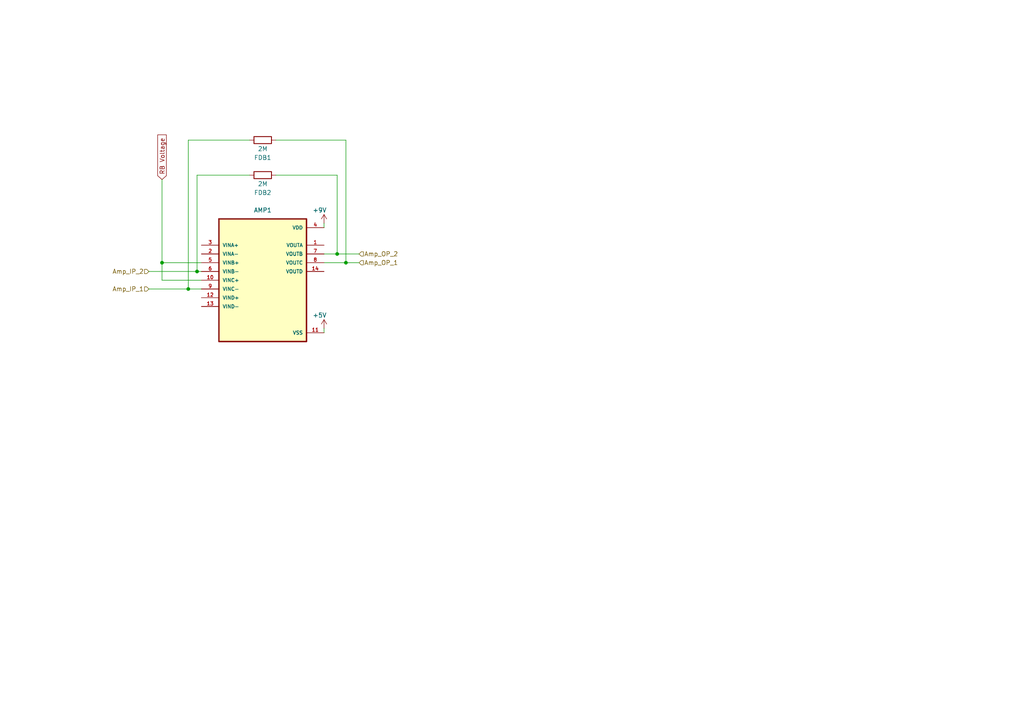
<source format=kicad_sch>
(kicad_sch (version 20211123) (generator eeschema)
  (paper "A4")
  (lib_symbols
    (symbol "Device:R" (pin_numbers hide) (pin_names (offset 0))
      (property "Reference" "R" (at 2.032 0 90))
      (property "Value" "R" (at 0 0 90))
      (symbol "R_0_1"
        (rectangle (start -1.016 -2.54) (end 1.016 2.54) (stroke (width 0.254)))
      )
      (symbol "R_1_1"
        (pin passive line (at 0 3.81 270) (length 1.27) (name "~") (number "1"))
        (pin passive line (at 0 -3.81 90) (length 1.27) (name "~") (number "2"))
      )
    )
    (symbol "Op-Amp:MCP619-I{brace}slash}SL" (pin_names (offset 1.016))
      (property "Reference" "U" (at -12.7 18.7706 0))
      (property "Value" "MCP619-I{brace}slash}SL" (at -12.7 -21.7678 0))
      (symbol "MCP619-I{brace}slash}SL_0_0"
        (rectangle (start -12.7 -17.78) (end 12.7 17.78) (stroke (width 0.4064)) (fill (type background)))
        (pin output line (at 17.78 10.16 180) (length 5.08) (name "VOUTA") (number "1"))
        (pin input line (at -17.78 0 0) (length 5.08) (name "VINC+") (number "10"))
        (pin power_in line (at 17.78 -15.24 180) (length 5.08) (name "VSS") (number "11"))
        (pin input line (at -17.78 -5.08 0) (length 5.08) (name "VIND+") (number "12"))
        (pin input line (at -17.78 -7.62 0) (length 5.08) (name "VIND-") (number "13"))
        (pin output line (at 17.78 2.54 180) (length 5.08) (name "VOUTD") (number "14"))
        (pin input line (at -17.78 7.62 0) (length 5.08) (name "VINA-") (number "2"))
        (pin input line (at -17.78 10.16 0) (length 5.08) (name "VINA+") (number "3"))
        (pin power_in line (at 17.78 15.24 180) (length 5.08) (name "VDD") (number "4"))
        (pin input line (at -17.78 5.08 0) (length 5.08) (name "VINB+") (number "5"))
        (pin input line (at -17.78 2.54 0) (length 5.08) (name "VINB-") (number "6"))
        (pin output line (at 17.78 7.62 180) (length 5.08) (name "VOUTB") (number "7"))
        (pin output line (at 17.78 5.08 180) (length 5.08) (name "VOUTC") (number "8"))
        (pin input line (at -17.78 -2.54 0) (length 5.08) (name "VINC-") (number "9"))
      )
    )
    (symbol "power:+5V" (power) (pin_names (offset 0))
      (property "Value" "+5V" (at 0 3.556 0))
      (symbol "+5V_0_1"
        (polyline (pts (xy -0.762 1.27) (xy 0 2.54)))
        (polyline (pts (xy 0 0) (xy 0 2.54)))
        (polyline (pts (xy 0 2.54) (xy 0.762 1.27)))
      )
      (symbol "+5V_1_1"
        (pin power_in line (at 0 0 90) (length 0) hide (name "+5V") (number "1"))
      )
    )
    (symbol "power:+9V" (power) (pin_names (offset 0))
      (property "Value" "+9V" (at 0 3.556 0))
      (symbol "+9V_0_1"
        (polyline (pts (xy -0.762 1.27) (xy 0 2.54)))
        (polyline (pts (xy 0 0) (xy 0 2.54)))
        (polyline (pts (xy 0 2.54) (xy 0.762 1.27)))
      )
      (symbol "+9V_1_1"
        (pin power_in line (at 0 0 90) (length 0) hide (name "+9V") (number "1"))
      )
    )
  )
  (junction (at 97.79 73.66))
  (junction (at 54.61 83.82))
  (junction (at 100.33 76.2))
  (junction (at 57.15 78.74))
  (junction (at 46.99 76.2))
  (wire (pts (xy 57.15 50.8) (xy 57.15 78.74)))
  (wire (pts (xy 58.42 81.28) (xy 46.99 81.28)))
  (wire (pts (xy 43.18 78.74) (xy 57.15 78.74)))
  (wire (pts (xy 43.18 83.82) (xy 54.61 83.82)))
  (wire (pts (xy 80.01 50.8) (xy 97.79 50.8)))
  (wire (pts (xy 57.15 78.74) (xy 58.42 78.74)))
  (wire (pts (xy 54.61 83.82) (xy 58.42 83.82)))
  (wire (pts (xy 93.98 66.04) (xy 93.98 64.77)))
  (wire (pts (xy 97.79 73.66) (xy 93.98 73.66)))
  (wire (pts (xy 72.39 50.8) (xy 57.15 50.8)))
  (wire (pts (xy 80.01 40.64) (xy 100.33 40.64)))
  (wire (pts (xy 46.99 76.2) (xy 46.99 81.28)))
  (wire (pts (xy 54.61 40.64) (xy 54.61 83.82)))
  (wire (pts (xy 97.79 73.66) (xy 104.14 73.66)))
  (wire (pts (xy 100.33 40.64) (xy 100.33 76.2)))
  (wire (pts (xy 97.79 50.8) (xy 97.79 73.66)))
  (wire (pts (xy 100.33 76.2) (xy 93.98 76.2)))
  (wire (pts (xy 46.99 52.07) (xy 46.99 76.2)))
  (wire (pts (xy 93.98 96.52) (xy 93.98 95.25)))
  (wire (pts (xy 100.33 76.2) (xy 104.14 76.2)))
  (wire (pts (xy 46.99 76.2) (xy 58.42 76.2)))
  (wire (pts (xy 54.61 40.64) (xy 72.39 40.64)))
  (global_label "RB Voltage" (shape input) (at 46.99 52.07 90) (property "Intersheet References" "${INTERSHEET_REFS}" (effects hide)))
  (hierarchical_label "Amp_IP_1" (shape input) (at 43.18 83.82 180))
  (hierarchical_label "Amp_IP_2" (shape input) (at 43.18 78.74 180))
  (hierarchical_label "Amp_OP_1" (shape input) (at 104.14 76.2 0))
  (hierarchical_label "Amp_OP_2" (shape input) (at 104.14 73.66 0))
  (symbol (lib_id "Device:R") (at 76.2 50.8 90) (unit 1)
    (property "Reference" "FDB2" (at 76.2 55.88 90))
    (property "Value" "2M" (at 76.2 53.34 90))
    (property "Footprint" "Resistor - Through-Hole:footprints" (effects hide))
  )
  (symbol (lib_id "power:+9V") (at 93.98 64.77 0) (unit 1)
    (property "Reference" "#PWR0101" (effects hide))
    (property "Value" "+9V" (at 92.71 60.96 0))
  )
  (symbol (lib_id "Device:R") (at 76.2 40.64 90) (unit 1)
    (property "Reference" "FDB1" (at 76.2 45.72 90))
    (property "Value" "2M" (at 76.2 43.18 90))
    (property "Footprint" "Resistor - Through-Hole:footprints" (effects hide))
  )
  (symbol (lib_id "power:+5V") (at 93.98 95.25 0) (unit 1)
    (property "Reference" "#PWR0102" (effects hide))
    (property "Value" "+5V" (at 92.71 91.44 0))
  )
  (symbol (lib_id "Op-Amp:MCP619-I{brace}slash}SL") (at 76.2 81.28 0) (unit 1)
    (property "Reference" "AMP1" (at 76.2 60.96 0))
    (property "Value" "MCP619-I{slash}SL" (effects hide))
    (property "Footprint" "Op-Amp:footprints" (effects hide))
  )
)
</source>
